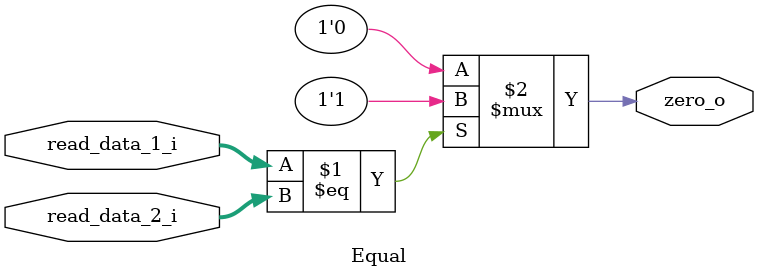
<source format=v>
module Equal (
    read_data_1_i,
    read_data_2_i,
    zero_o
);

input   wire[31:0]  read_data_1_i;
input   wire[31:0]  read_data_2_i;
output  wire        zero_o;

assign  zero_o = (read_data_1_i == read_data_2_i) ? 1'b1 : 1'b0;
    
endmodule
</source>
